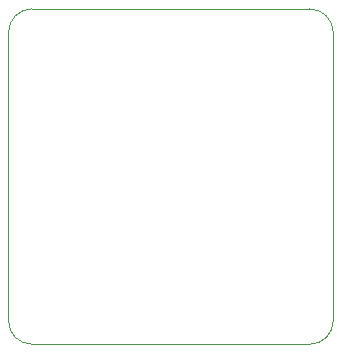
<source format=gm1>
G04 #@! TF.GenerationSoftware,KiCad,Pcbnew,(6.0.2)*
G04 #@! TF.CreationDate,2022-09-28T01:57:45+02:00*
G04 #@! TF.ProjectId,Tiny-Power-Meter,54696e79-2d50-46f7-9765-722d4d657465,rev?*
G04 #@! TF.SameCoordinates,Original*
G04 #@! TF.FileFunction,Profile,NP*
%FSLAX46Y46*%
G04 Gerber Fmt 4.6, Leading zero omitted, Abs format (unit mm)*
G04 Created by KiCad (PCBNEW (6.0.2)) date 2022-09-28 01:57:45*
%MOMM*%
%LPD*%
G01*
G04 APERTURE LIST*
G04 #@! TA.AperFunction,Profile*
%ADD10C,0.050000*%
G04 #@! TD*
G04 APERTURE END LIST*
D10*
X136300000Y-94400000D02*
X136300000Y-70000000D01*
X138300000Y-68000000D02*
X161800000Y-68000000D01*
X161800000Y-96400000D02*
G75*
G03*
X163800000Y-94400000I1J1999999D01*
G01*
X163800000Y-70000000D02*
G75*
G03*
X161800000Y-68000000I-1999999J1D01*
G01*
X138300000Y-68000000D02*
G75*
G03*
X136300000Y-70000000I-1J-1999999D01*
G01*
X136300000Y-94400000D02*
G75*
G03*
X138300000Y-96400000I1999999J-1D01*
G01*
X161800000Y-96400000D02*
X138300000Y-96400000D01*
X163800000Y-70000000D02*
X163800000Y-94400000D01*
M02*

</source>
